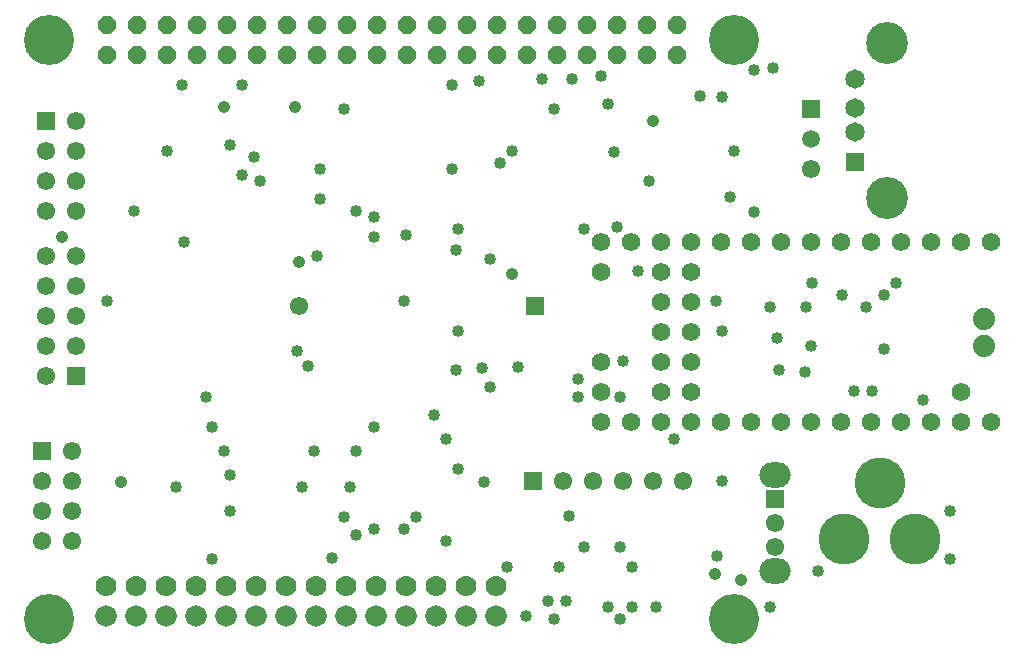
<source format=gbs>
G04 DipTrace 3.3.1.3*
G04 Teensy4RPIlike.gbs*
%MOIN*%
G04 #@! TF.FileFunction,Soldermask,Bot*
G04 #@! TF.Part,Single*
%AMOUTLINE0*
4,1,8,
0.030118,-0.012475,
0.012475,-0.030118,
-0.012475,-0.030118,
-0.030118,-0.012475,
-0.030118,0.012475,
-0.012475,0.030118,
0.012475,0.030118,
0.030118,0.012475,
0.030118,-0.012475,
0*%
%ADD14C,0.04*%
%ADD30C,0.17*%
%ADD31R,0.059055X0.059055*%
%ADD32C,0.059055*%
%ADD33C,0.07*%
%ADD47C,0.06194*%
%ADD48C,0.074*%
%ADD62C,0.167*%
%ADD64C,0.042*%
%ADD66C,0.139795*%
%ADD68C,0.064992*%
%ADD70R,0.064992X0.064992*%
%ADD76O,0.104362X0.084677*%
%ADD94C,0.072*%
%ADD96C,0.061055*%
%ADD98R,0.061055X0.061055*%
%ADD110OUTLINE0*%
%FSLAX26Y26*%
G04*
G70*
G90*
G75*
G01*
G04 BotMask*
%LPD*%
D64*
X768033Y987388D3*
X2836566Y662422D3*
X2749075Y681170D3*
X1349222Y2237256D3*
X1111747D3*
X2542847Y2193511D3*
X574304Y1806052D3*
X2074146Y1681065D3*
X1361737Y1722480D3*
D62*
X2814333Y531495D3*
X530868D3*
Y2460629D3*
X2814333D3*
D14*
X2117892Y543684D3*
X3273073Y1293700D3*
X2773073Y2273700D3*
X2942805Y2368493D3*
X2961553Y1362348D3*
X2213073Y533700D3*
X2433073Y1273700D3*
X2442857Y1393595D3*
X2773073Y1493700D3*
X3093073Y693700D3*
X3253073Y1573700D3*
X3053073D3*
X2955304Y1468587D3*
X2253073Y593700D3*
X2613073Y1133700D3*
X2433073Y533700D3*
Y773700D3*
X2313073D3*
X2933073Y1573700D3*
X2230380Y706167D3*
X2473073Y573700D3*
X2474104Y706167D3*
X3442752Y1262359D3*
X2553073Y573700D3*
X2173073Y2333700D3*
X2193073Y593700D3*
X3353073Y1653700D3*
X3073073D3*
X1961658Y2324747D3*
X2273073Y2333700D3*
X2367865Y2343495D3*
X1513073Y873700D3*
Y2233700D3*
X2813073Y2093700D3*
X3313073Y1613700D3*
X3173073D3*
X2213073Y2233700D3*
X1213073Y2073700D3*
X1113073Y1093700D3*
X1413073D3*
X2880312Y1887293D3*
X2073073Y2093700D3*
X1424214Y1743558D3*
X1999154Y1731060D3*
X2033073Y2053700D3*
X2313073Y1833700D3*
X1893073D3*
Y1493700D3*
X1873073Y2313700D3*
X1173073D3*
X1873073Y2033700D3*
X1433073D3*
Y1933700D3*
X3313073Y1433700D3*
X1980406Y987388D3*
X1553073Y1093700D3*
Y1893700D3*
X1611695Y1806052D3*
X2424109Y1837298D3*
X1613073Y1873700D3*
X813073Y1893700D3*
X1711684Y1593574D3*
X724288D3*
X1717934Y1812301D3*
X1813073Y1213700D3*
X2261627Y874899D3*
X1753073Y873700D3*
X1613073Y833700D3*
X1713073D3*
X1613073Y1173700D3*
X1073073Y733700D3*
Y1173700D3*
X1133073Y893700D3*
Y1013700D3*
X1886666Y1362348D3*
X1974157Y1368598D3*
X1893073Y1033700D3*
X2799070Y1937288D3*
X1133073Y2113700D3*
X1373073Y973700D3*
X953073D3*
X924267Y2093522D3*
X2699081Y2274752D3*
X2880312Y2362243D3*
X2773073Y993700D3*
X1553073Y813700D3*
X1533073Y973700D3*
X3067792Y1443590D3*
X3213073Y1293700D3*
X1853073Y793700D3*
X973073Y2313700D3*
X980511Y1787304D3*
X1886666Y1762306D3*
X1853073Y1133700D3*
X1473073Y735700D3*
X1053073Y1273700D3*
X2293073Y1333700D3*
X1999154Y1306104D3*
X1392968Y1374847D3*
X1355472Y1424842D3*
X2493073Y1693700D3*
X1233073Y1993700D3*
X2530348Y1993532D3*
X2411611Y2087272D3*
X1173073Y2013700D3*
X2392863Y2249755D3*
X2933073Y573700D3*
X2755325Y743663D3*
X2055398Y706167D3*
X2093073Y1373700D3*
X2293073Y1273700D3*
X2393073Y573700D3*
X3049044Y1356099D3*
X3533073Y733700D3*
Y893700D3*
X2753073Y1593700D3*
D30*
X3180280Y799907D3*
X3416501D3*
X3298390Y984947D3*
D98*
X2143073Y993700D3*
D96*
X2243073D3*
X2343073D3*
X2443073D3*
X2543073D3*
X2643073D3*
D33*
X2018073Y643700D3*
X1918073D3*
X1818073D3*
X1718073D3*
X1618073D3*
X1518073D3*
X1418073D3*
X1318073D3*
X1218073D3*
X1118073D3*
X1018073D3*
X918073D3*
X818073D3*
X718073D3*
D94*
X2018073Y543700D3*
X1918073D3*
X1818073D3*
X1718073D3*
X1618073D3*
X1518073D3*
X1418073D3*
X1318073D3*
X1218073D3*
X1118073D3*
X1018073D3*
X918073D3*
X818073D3*
X718073D3*
D98*
X618073Y1343700D3*
D96*
X518073D3*
X618073Y1443700D3*
X518073D3*
X618073Y1543700D3*
X518073D3*
X618073Y1643700D3*
X518073D3*
X618073Y1743700D3*
X518073D3*
D31*
X3068073Y2233700D3*
D32*
Y2133700D3*
D96*
Y2033700D3*
D110*
X722600Y2410629D3*
Y2510629D3*
X822600Y2410629D3*
Y2510629D3*
X922600Y2410629D3*
Y2510629D3*
X1022600Y2410629D3*
Y2510629D3*
X1122600Y2410629D3*
Y2510629D3*
X1222600Y2410629D3*
Y2510629D3*
X1322600Y2410629D3*
Y2510629D3*
X1422600Y2410629D3*
Y2510629D3*
X1522600Y2410629D3*
Y2510629D3*
X1622600Y2410629D3*
Y2510629D3*
X1722600Y2410629D3*
Y2510629D3*
X1822600Y2410629D3*
Y2510629D3*
X1922600Y2410629D3*
Y2510629D3*
X2022600Y2410629D3*
Y2510629D3*
X2122600Y2410629D3*
Y2510629D3*
X2222600Y2410629D3*
Y2510629D3*
X2322600Y2410629D3*
Y2510629D3*
X2422600Y2410629D3*
Y2510629D3*
X2522600Y2410629D3*
Y2510629D3*
X2622600Y2410629D3*
Y2510629D3*
D98*
X2149138Y1574826D3*
D96*
X1361737D3*
D98*
X505561Y1093700D3*
D96*
X605561D3*
X505561Y993700D3*
X605561D3*
X505561Y893700D3*
X605561D3*
X505561Y793700D3*
X605561D3*
D98*
X518073Y2193700D3*
D96*
X618073D3*
X518073Y2093700D3*
X618073D3*
X518073Y1993700D3*
X618073D3*
X518073Y1893700D3*
X618073D3*
D98*
X2949054Y931144D3*
D96*
Y852403D3*
Y773663D3*
D76*
Y1013821D3*
Y690986D3*
D47*
X3668073Y1787417D3*
X3568073D3*
X3468073D3*
X3368073D3*
X3268073D3*
X3168073D3*
X3068073D3*
X2968073D3*
X2868073D3*
X2768073D3*
X2668073D3*
X2568073D3*
X2468073D3*
X2368073D3*
Y1687417D3*
Y1387417D3*
Y1287417D3*
Y1187417D3*
X2468073D3*
X2568073D3*
X2668073D3*
X2768073D3*
X2868073D3*
X2968073D3*
X3068073D3*
X3168073D3*
X3268073D3*
X3368073D3*
X3468073D3*
X3568073D3*
X3668073D3*
X3568073Y1287417D3*
D48*
X3646073Y1442417D3*
D47*
X2668073Y1687417D3*
X2568073Y1587417D3*
Y1487417D3*
D48*
X3646073Y1532417D3*
D47*
X2568073Y1687417D3*
X2668073Y1587417D3*
Y1487417D3*
Y1387417D3*
Y1287417D3*
X2568073Y1387417D3*
Y1287417D3*
D70*
X3214726Y2057086D3*
D68*
Y2155511D3*
Y2234251D3*
Y2332676D3*
D66*
X3321419Y1936220D3*
Y2453543D3*
M02*

</source>
